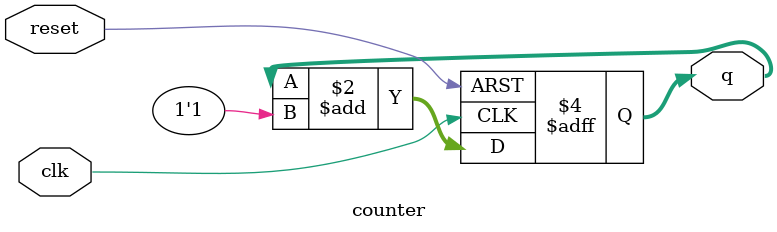
<source format=v>

module counter #(parameter  N = 8)
                (
                input  wire clk,
                input  wire reset,
                output reg  [N-1:0] q
                );

  initial begin
    q <= 8'b00000000;
  end

  always @(posedge clk, posedge reset) begin
    if(reset) begin
      q <= 8'b00000000;
    end
    else begin
      q <= q + 1'b1;
    end
  end

endmodule
</source>
